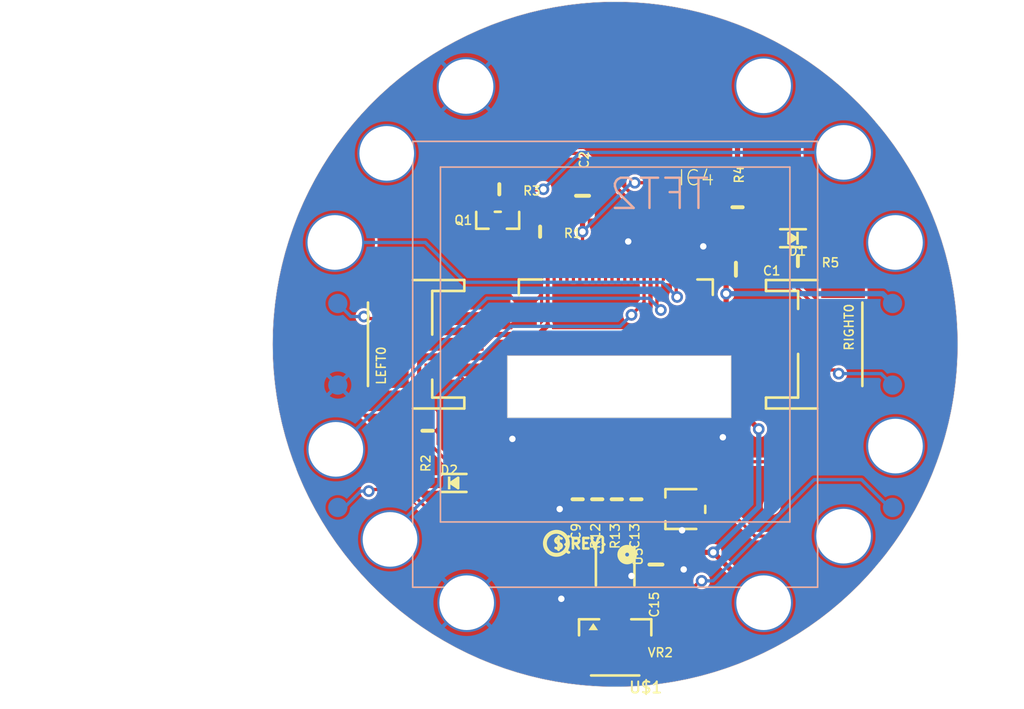
<source format=kicad_pcb>
(kicad_pcb (version 20221018) (generator pcbnew)
  (layers (0 "F.Cu" signal) (1 "In1.Cu" signal) (2 "In2.Cu" signal) (3 "In3.Cu" signal) (4 "In4.Cu" signal) (5 "In5.Cu" signal) (6 "In6.Cu" signal) (7 "In7.Cu" signal) (8 "In8.Cu" signal) (9 "In9.Cu" signal) (10 "In10.Cu" signal) (11 "In11.Cu" signal) (12 "In12.Cu" signal) (13 "In13.Cu" signal) (14 "In14.Cu" signal) (31 "B.Cu" signal) (34 "B.Paste" user) (35 "F.Paste" user) (36 "B.SilkS" user "B.Silkscreen") (37 "F.SilkS" user "F.Silkscreen") (38 "B.Mask" user) (39 "F.Mask" user) (44 "Edge.Cuts" user))
  (net 0 "")
  (net 1 "GND")
  (net 2 "3.3V")
  (net 3 "A0_SPEAKER")
  (net 4 "A3_BACKLITE")
  (net 5 "V+")
  (net 6 "N$19")
  (net 7 "N$20")
  (net 8 "N$21")
  (net 9 "N$22")
  (net 10 "N$23")
  (net 11 "SPKR+")
  (net 12 "SPKR-")
  (net 13 "~{TFT_RST}")
  (net 14 "MOSI")
  (net 15 "SCK")
  (net 16 "A2")
  (net 17 "A2_")
  (net 18 "A1_")
  (net 19 "A1")
  (net 20 "N$1")
  (net 21 "A7_DC")
  (net 22 "A6_CS")
  (net 23 "LEDK")
  (footprint "working:SMT_NUT_3MM" (layer "F.Cu") (at 160.0581 125.1204 90)
    (fp_text reference "TP3" hide)
    (fp_text value "SEWTAP_SMTNUTM3" hide)
    (fp_circle (center 0 0) (end 2.6162 0) (stroke (width 1.016)) (fill none) (layer "F.Cu"))
    (pad "P$1" thru_hole circle (at 0 0 90) (size 4.572 4.572) (drill 4.25) (layers "*.Cu" "*.Mask") (net 5 "V+"))
  )
  (footprint "working:0603-NO" (layer "F.Cu") (at 148.6281 117.0686 -90)
    (fp_text reference "R13" (at 1.778 0.127 90) (layer "F.SilkS") (effects (font (size 0.692831 0.692831) (thickness 0.119969)) (justify right)))
    (fp_text value "100")
    (fp_line (start 0 -0.4) (end 0 0.4) (stroke (width 0.3048)) (layer "F.SilkS"))
    (pad "1" smd rect (at -0.85 0 270) (size 1.075 1) (layers "F.Cu" "F.Paste" "F.Mask") (net 9 "N$22"))
    (pad "2" smd rect (at 0.85 0 270) (size 1.075 1) (layers "F.Cu" "F.Paste" "F.Mask") (net 7 "N$20"))
  )
  (footprint "working:SMT_NUT_3MM" (layer "F.Cu") (at 130.9751 120.1928 90)
    (fp_text reference "TP13" hide)
    (fp_text value "SEWTAP_SMTNUTM3" hide)
    (fp_circle (center 0 0) (end 2.6162 0) (stroke (width 1.016)) (fill none) (layer "F.Cu"))
    (pad "P$1" thru_hole circle (at 0 0 90) (size 4.572 4.572) (drill 4.25) (layers "*.Cu" "*.Mask") (net 21 "A7_DC"))
  )
  (footprint "working:TRIMPOT_BOURNS_3303W" (layer "F.Cu") (at 153.9621 117.8306 90)
    (fp_text reference "VR2" (at -11.176 -0.889) (layer "F.SilkS") (effects (font (size 0.692831 0.692831) (thickness 0.119969)) (justify right)))
    (fp_text value "10K trim")
    (fp_line (start -1.55 -1.55) (end -0.95 -1.55) (stroke (width 0.2032)) (layer "F.SilkS"))
    (fp_line (start -1.55 0.85) (end -1.55 -1.55) (stroke (width 0.2032)) (layer "F.SilkS"))
    (fp_line (start -0.3 1.55) (end 0.25 1.55) (stroke (width 0.2032)) (layer "F.SilkS"))
    (fp_line (start 0.9 -1.55) (end 1.55 -1.55) (stroke (width 0.2032)) (layer "F.SilkS"))
    (fp_line (start 1.55 -1.55) (end 1.55 0.85) (stroke (width 0.2032)) (layer "F.SilkS"))
    (pad "1" smd rect (at -1 1.6 180) (size 1.2 1.2) (layers "F.Cu" "F.Paste" "F.Mask") (net 1 "GND"))
    (pad "2" smd rect (at 0 -1.65 90) (size 1.6 1.5) (layers "F.Cu" "F.Paste" "F.Mask") (net 10 "N$23"))
    (pad "3" smd rect (at 1 1.6 180) (size 1.2 1.2) (layers "F.Cu" "F.Paste" "F.Mask") (net 3 "A0_SPEAKER"))
  )
  (footprint "working:SOD-323" (layer "F.Cu") (at 162.3441 96.7486 180)
    (fp_text reference "D1" (at -1.1 -1) (layer "F.SilkS") (effects (font (size 0.692831 0.692831) (thickness 0.119969)) (justify right)))
    (fp_text value "3.6V")
    (fp_line (start -1 -0.7) (end 1 -0.7) (stroke (width 0.2032)) (layer "F.SilkS"))
    (fp_line (start -0.25 0) (end 0.35 -0.4) (stroke (width 0.2032)) (layer "F.SilkS"))
    (fp_line (start 0.35 -0.4) (end 0.35 0.4) (stroke (width 0.2032)) (layer "F.SilkS"))
    (fp_line (start 0.35 0.4) (end -0.25 0) (stroke (width 0.2032)) (layer "F.SilkS"))
    (fp_line (start 1 0.7) (end -1 0.7) (stroke (width 0.2032)) (layer "F.SilkS"))
    (fp_poly (pts (xy 0.3016 0.389841) (xy -0.283162 0) (xy 0.3016 -0.389841)) (fill solid) (layer "F.SilkS"))
    (fp_poly (pts (xy -0.45 0.5) (xy -0.25 0.5) (xy -0.25 -0.5) (xy -0.45 -0.5)) (fill solid) (layer "F.SilkS"))
    (pad "A" smd rect (at 1.27 0 180) (size 1.35 0.8) (layers "F.Cu" "F.Paste" "F.Mask") (net 1 "GND"))
    (pad "C" smd rect (at -1.27 0 180) (size 1.35 0.8) (layers "F.Cu" "F.Paste" "F.Mask") (net 16 "A2"))
  )
  (footprint "working:0603-NO" (layer "F.Cu") (at 158.0261 94.3356 90)
    (fp_text reference "R4" (at 1.778 0.127 90) (layer "F.SilkS") (effects (font (size 0.692831 0.692831) (thickness 0.119969)) (justify left)))
    (fp_text value "10K")
    (fp_line (start 0 -0.4) (end 0 0.4) (stroke (width 0.3048)) (layer "F.SilkS"))
    (pad "1" smd rect (at -0.85 0 90) (size 1.075 1) (layers "F.Cu" "F.Paste" "F.Mask") (net 13 "~{TFT_RST}"))
    (pad "2" smd rect (at 0.85 0 90) (size 1.075 1) (layers "F.Cu" "F.Paste" "F.Mask") (net 2 "3.3V"))
  )
  (footprint "working:SOD-323" (layer "F.Cu") (at 135.9281 115.7986)
    (fp_text reference "D2" (at -1.1 -1) (layer "F.SilkS") (effects (font (size 0.692831 0.692831) (thickness 0.119969)) (justify left)))
    (fp_text value "3.6V")
    (fp_line (start -1 -0.7) (end 1 -0.7) (stroke (width 0.2032)) (layer "F.SilkS"))
    (fp_line (start -0.25 0) (end 0.35 -0.4) (stroke (width 0.2032)) (layer "F.SilkS"))
    (fp_line (start 0.35 -0.4) (end 0.35 0.4) (stroke (width 0.2032)) (layer "F.SilkS"))
    (fp_line (start 0.35 0.4) (end -0.25 0) (stroke (width 0.2032)) (layer "F.SilkS"))
    (fp_line (start 1 0.7) (end -1 0.7) (stroke (width 0.2032)) (layer "F.SilkS"))
    (fp_poly (pts (xy 0.3016 0.389841) (xy -0.283162 0) (xy 0.3016 -0.389841)) (fill solid) (layer "F.SilkS"))
    (fp_poly (pts (xy -0.45 0.5) (xy -0.25 0.5) (xy -0.25 -0.5) (xy -0.45 -0.5)) (fill solid) (layer "F.SilkS"))
    (pad "A" smd rect (at 1.27 0) (size 1.35 0.8) (layers "F.Cu" "F.Paste" "F.Mask") (net 1 "GND"))
    (pad "C" smd rect (at -1.27 0) (size 1.35 0.8) (layers "F.Cu" "F.Paste" "F.Mask") (net 19 "A1"))
  )
  (footprint "working:PCBFEAT-REV-040" (layer "F.Cu") (at 143.9291 120.4976)
    (fp_text reference "U$7" hide)
    (fp_text value "" hide)
    (fp_text user "${REV}" (at -0.3556 0.508) (layer "F.SilkS") (effects (font (size 0.8128 0.8128) (thickness 0.2032)) (justify left bottom)))
    (fp_circle (center 0 0) (end 0.898 0) (stroke (width 0.3048)) (fill none) (layer "F.SilkS"))
  )
  (footprint "working:53398-0271" (layer "F.Cu") (at 148.5011 127.9906 180)
    (fp_text reference "U$1" (at -3.75 -3.73) (layer "F.SilkS") (effects (font (size 0.866038 0.866038) (thickness 0.149962)) (justify right)))
    (fp_text value "CON_MOLEX_2P")
    (fp_line (start -2.8125 0.3325) (end -2.8125 1.5826) (stroke (width 0.2032)) (layer "F.SilkS"))
    (fp_line (start -2.8125 1.5826) (end -1.25 1.5826) (stroke (width 0.2032)) (layer "F.SilkS"))
    (fp_line (start -1.875 -2.7925) (end 1.875 -2.7925) (stroke (width 0.2032)) (layer "F.SilkS"))
    (fp_line (start 1.25 1.5826) (end 2.8125 1.5826) (stroke (width 0.2032)) (layer "F.SilkS"))
    (fp_line (start 2.8125 1.5826) (end 2.8125 0.3325) (stroke (width 0.2032)) (layer "F.SilkS"))
    (fp_poly (pts (xy 1.705 1.287476) (xy 1.332349 0.7285) (xy 2.077651 0.7285)) (fill solid) (layer "F.SilkS"))
    (pad "1" smd rect (at 0.625 1.27) (size 0.8 1.6) (layers "F.Cu" "F.Paste" "F.Mask") (net 11 "SPKR+"))
    (pad "2" smd rect (at -0.625 1.27) (size 0.8 1.6) (layers "F.Cu" "F.Paste" "F.Mask") (net 12 "SPKR-"))
    (pad "M1" smd rect (at 3.185 -1.48 90) (size 3 2.1) (layers "F.Cu" "F.Paste" "F.Mask"))
    (pad "M2" smd rect (at -3.185 -1.48 90) (size 3 2.1) (layers "F.Cu" "F.Paste" "F.Mask"))
  )
  (footprint "working:0603-NO" (layer "F.Cu") (at 145.5801 117.0686 -90)
    (fp_text reference "C9" (at 1.778 0.127 90) (layer "F.SilkS") (effects (font (size 0.692831 0.692831) (thickness 0.119969)) (justify right)))
    (fp_text value "1uF")
    (fp_line (start 0 -0.4) (end 0 0.4) (stroke (width 0.3048)) (layer "F.SilkS"))
    (pad "1" smd rect (at -0.85 0 270) (size 1.075 1) (layers "F.Cu" "F.Paste" "F.Mask") (net 8 "N$21"))
    (pad "2" smd rect (at 0.85 0 270) (size 1.075 1) (layers "F.Cu" "F.Paste" "F.Mask") (net 1 "GND"))
  )
  (footprint "working:SOT23-WIDE" (layer "F.Cu") (at 139.3571 95.3516 180)
    (fp_text reference "Q1" (at 1.905 0) (layer "F.SilkS") (effects (font (size 0.692831 0.692831) (thickness 0.119969)) (justify right)))
    (fp_text value "BSS138")
    (fp_line (start -1.6724 -0.6604) (end -0.7136 -0.6604) (stroke (width 0.2032)) (layer "F.SilkS"))
    (fp_line (start -1.6724 0.6524) (end -1.6724 -0.6604) (stroke (width 0.2032)) (layer "F.SilkS"))
    (fp_line (start 0.2224 0.6604) (end -0.2364 0.6604) (stroke (width 0.2032)) (layer "F.SilkS"))
    (fp_line (start 0.7136 -0.6604) (end 1.6724 -0.6604) (stroke (width 0.2032)) (layer "F.SilkS"))
    (fp_line (start 1.6724 -0.6604) (end 1.6724 0.6524) (stroke (width 0.2032)) (layer "F.SilkS"))
    (pad "1" smd rect (at -0.95 1 180) (size 1 1.2) (layers "F.Cu" "F.Paste" "F.Mask") (net 4 "A3_BACKLITE"))
    (pad "2" smd rect (at 0.95 1 180) (size 1 1.2) (layers "F.Cu" "F.Paste" "F.Mask") (net 1 "GND"))
    (pad "3" smd rect (at 0 -1 180) (size 1 1.2) (layers "F.Cu" "F.Paste" "F.Mask") (net 20 "N$1"))
  )
  (footprint "working:FIDUCIAL_1MM" (layer "F.Cu") (at 161.0741 92.4306)
    (fp_text reference "U$2" hide)
    (fp_text value "FIDUCIAL_1MM" hide)
    (pad "1" smd roundrect (at 0 0) (size 1 1) (layers "F.Cu" "F.Mask") (roundrect_rratio 0.5))
  )
  (footprint "working:0603-NO" (layer "F.Cu") (at 133.8961 111.7346 -90)
    (fp_text reference "R2" (at 1.778 0.127 90) (layer "F.SilkS") (effects (font (size 0.692831 0.692831) (thickness 0.119969)) (justify right)))
    (fp_text value "1K")
    (fp_line (start 0 -0.4) (end 0 0.4) (stroke (width 0.3048)) (layer "F.SilkS"))
    (pad "1" smd rect (at -0.85 0 270) (size 1.075 1) (layers "F.Cu" "F.Paste" "F.Mask") (net 18 "A1_"))
    (pad "2" smd rect (at 0.85 0 270) (size 1.075 1) (layers "F.Cu" "F.Paste" "F.Mask") (net 19 "A1"))
  )
  (footprint "working:0603-NO" (layer "F.Cu") (at 142.6591 96.2406)
    (fp_text reference "R1" (at 1.778 0.127) (layer "F.SilkS") (effects (font (size 0.692831 0.692831) (thickness 0.119969)) (justify left)))
    (fp_text value "33 ohm")
    (fp_line (start 0 -0.4) (end 0 0.4) (stroke (width 0.3048)) (layer "F.SilkS"))
    (pad "1" smd rect (at -0.85 0) (size 1.075 1) (layers "F.Cu" "F.Paste" "F.Mask") (net 20 "N$1"))
    (pad "2" smd rect (at 0.85 0) (size 1.075 1) (layers "F.Cu" "F.Paste" "F.Mask") (net 23 "LEDK"))
  )
  (footprint "working:SOT23" (layer "F.Cu") (at 155.2321 93.9546)
    (fp_text reference "IC4" (at -1.905 -1.905) (layer "F.SilkS") (effects (font (size 1.176528 1.176528) (thickness 0.093472)) (justify left)))
    (fp_text value "APX803-SAG")
    (pad "1" smd rect (at -0.95 1.1) (size 1 1.4) (layers "F.Cu" "F.Paste" "F.Mask") (net 1 "GND"))
    (pad "2" smd rect (at 0.95 1.1) (size 1 1.4) (layers "F.Cu" "F.Paste" "F.Mask") (net 13 "~{TFT_RST}"))
    (pad "3" smd rect (at 0 -1.1) (size 1 1.4) (layers "F.Cu" "F.Paste" "F.Mask") (net 2 "3.3V"))
  )
  (footprint "working:SMT_NUT_3MM" (layer "F.Cu") (at 166.2811 90.0684 90)
    (fp_text reference "TP6" hide)
    (fp_text value "SEWTAP_SMTNUTM3" hide)
    (fp_circle (center 0 0) (end 2.6162 0) (stroke (width 1.016)) (fill none) (layer "F.Cu"))
    (pad "P$1" thru_hole circle (at 0 0 90) (size 4.572 4.572) (drill 4.25) (layers "*.Cu" "*.Mask") (net 4 "A3_BACKLITE"))
  )
  (footprint "working:TFTGIZMO_BACK" (layer "F.Cu") (at 121.8311 131.6736)
    (fp_text reference "U$18" hide)
    (fp_text value "" hide)
  )
  (footprint "working:0603-NO" (layer "F.Cu") (at 147.1041 117.0686 -90)
    (fp_text reference "R12" (at 1.778 0.127 90) (layer "F.SilkS") (effects (font (size 0.692831 0.692831) (thickness 0.119969)) (justify right)))
    (fp_text value "100")
    (fp_line (start 0 -0.4) (end 0 0.4) (stroke (width 0.3048)) (layer "F.SilkS"))
    (pad "1" smd rect (at -0.85 0 270) (size 1.075 1) (layers "F.Cu" "F.Paste" "F.Mask") (net 8 "N$21"))
    (pad "2" smd rect (at 0.85 0 270) (size 1.075 1) (layers "F.Cu" "F.Paste" "F.Mask") (net 6 "N$19"))
  )
  (footprint "working:MSOP8_0.65MM" (layer "F.Cu") (at 148.5011 122.2756 180)
    (fp_text reference "U5" (at -1.778 1.524 90) (layer "F.SilkS") (effects (font (size 0.692831 0.692831) (thickness 0.119969)) (justify right)))
    (fp_text value "PAM8302AASCR")
    (fp_line (start -1.5 -1.5) (end -1.5 1.5) (stroke (width 0.2032)) (layer "F.SilkS"))
    (fp_line (start 1.5 1.5) (end 1.5 -1.5) (stroke (width 0.2032)) (layer "F.SilkS"))
    (fp_circle (center -0.93 0.9) (end -0.78 0.9) (stroke (width 0.6096)) (fill none) (layer "F.SilkS"))
    (pad "1" smd rect (at -0.975 2.2 270) (size 1.3 0.4) (layers "F.Cu" "F.Paste" "F.Mask") (net 5 "V+"))
    (pad "2" smd rect (at -0.325 2.2 270) (size 1.3 0.4) (layers "F.Cu" "F.Paste" "F.Mask"))
    (pad "3" smd rect (at 0.325 2.2 270) (size 1.3 0.4) (layers "F.Cu" "F.Paste" "F.Mask") (net 7 "N$20"))
    (pad "4" smd rect (at 0.975 2.2 270) (size 1.3 0.4) (layers "F.Cu" "F.Paste" "F.Mask") (net 6 "N$19"))
    (pad "5" smd rect (at 0.975 -2.2 270) (size 1.3 0.4) (layers "F.Cu" "F.Paste" "F.Mask") (net 11 "SPKR+"))
    (pad "6" smd rect (at 0.325 -2.2 270) (size 1.3 0.4) (layers "F.Cu" "F.Paste" "F.Mask") (net 5 "V+"))
    (pad "7" smd rect (at -0.325 -2.2 270) (size 1.3 0.4) (layers "F.Cu" "F.Paste" "F.Mask") (net 1 "GND"))
    (pad "8" smd rect (at -0.975 -2.2 270) (size 1.3 0.4) (layers "F.Cu" "F.Paste" "F.Mask") (net 12 "SPKR-"))
  )
  (footprint "working:SMT_NUT_3MM" (layer "F.Cu") (at 170.3197 97.0788 90)
    (fp_text reference "TP7" hide)
    (fp_text value "SEWTAP_SMTNUTM3" hide)
    (fp_circle (center 0 0) (end 2.6162 0) (stroke (width 1.016)) (fill none) (layer "F.Cu"))
    (pad "P$1" thru_hole circle (at 0 0 90) (size 4.572 4.572) (drill 4.25) (layers "*.Cu" "*.Mask") (net 16 "A2"))
  )
  (footprint "working:JSTPH3" (layer "F.Cu") (at 163.7411 105.0036 -90)
    (fp_text reference "RIGHT0" (at -3.2225 -2.9685 90) (layer "F.SilkS") (effects (font (size 0.692831 0.692831) (thickness 0.119969)) (justify right)))
    (fp_text value "JST PH 3")
    (fp_line (start -5 3.5) (end -5 -0.5) (stroke (width 0.2032)) (layer "F.SilkS"))
    (fp_line (start -4.15 1) (end -4.15 3.5) (stroke (width 0.2032)) (layer "F.SilkS"))
    (fp_line (start -4.15 3.5) (end -5 3.5) (stroke (width 0.2032)) (layer "F.SilkS"))
    (fp_line (start -3.25 -4) (end 3.25 -4) (stroke (width 0.2032)) (layer "F.SilkS"))
    (fp_line (start -2.75 1) (end -4.15 1) (stroke (width 0.2032)) (layer "F.SilkS"))
    (fp_line (start 4.15 1) (end 0.75 1) (stroke (width 0.2032)) (layer "F.SilkS"))
    (fp_line (start 4.15 3.5) (end 4.15 1) (stroke (width 0.2032)) (layer "F.SilkS"))
    (fp_line (start 5 -0.5) (end 5 3.5) (stroke (width 0.2032)) (layer "F.SilkS"))
    (fp_line (start 5 3.5) (end 4.15 3.5) (stroke (width 0.2032)) (layer "F.SilkS"))
    (pad "1" smd rect (at -2 2.7 270) (size 1 4.6) (layers "F.Cu" "F.Paste" "F.Mask") (net 1 "GND"))
    (pad "2" smd rect (at 0 2.7 270) (size 1 4.6) (layers "F.Cu" "F.Paste" "F.Mask") (net 5 "V+"))
    (pad "3" smd rect (at 2 2.7 270) (size 1 4.6) (layers "F.Cu" "F.Paste" "F.Mask") (net 17 "A2_"))
    (pad "NC1" smd rect (at -4.4 -2.5) (size 3.4 1.6) (layers "F.Cu" "F.Paste" "F.Mask"))
    (pad "NC2" smd rect (at 4.4 -2.5) (size 3.4 1.6) (layers "F.Cu" "F.Paste" "F.Mask"))
  )
  (footprint "working:0805-NO" (layer "F.Cu") (at 151.6761 122.1486 -90)
    (fp_text reference "C15" (at 2.032 0.127 90) (layer "F.SilkS") (effects (font (size 0.692831 0.692831) (thickness 0.119969)) (justify right)))
    (fp_text value "10uF")
    (fp_line (start 0 -0.508) (end 0 0.508) (stroke (width 0.3048)) (layer "F.SilkS"))
    (pad "1" smd rect (at -0.95 0 270) (size 1.24 1.5) (layers "F.Cu" "F.Paste" "F.Mask") (net 5 "V+"))
    (pad "2" smd rect (at 0.95 0 270) (size 1.24 1.5) (layers "F.Cu" "F.Paste" "F.Mask") (net 1 "GND"))
  )
  (footprint "working:FIDUCIAL_1MM" (layer "F.Cu") (at 160.6931 117.5766)
    (fp_text reference "U$6" hide)
    (fp_text value "FIDUCIAL_1MM" hide)
    (pad "1" smd roundrect (at 0 0) (size 1 1) (layers "F.Cu" "F.Mask") (roundrect_rratio 0.5))
  )
  (footprint "working:SMT_NUT_3MM" (layer "F.Cu") (at 136.8933 84.9376 90)
    (fp_text reference "TP4" hide)
    (fp_text value "SEWTAP_SMTNUTM3" hide)
    (fp_circle (center 0 0) (end 2.6162 0) (stroke (width 1.016)) (fill none) (layer "F.Cu"))
    (pad "P$1" thru_hole circle (at 0 0 90) (size 4.572 4.572) (drill 4.25) (layers "*.Cu" "*.Mask") (net 1 "GND"))
  )
  (footprint "working:SMT_NUT_3MM" (layer "F.Cu") (at 130.7211 90.1446 90)
    (fp_text reference "TP10" hide)
    (fp_text value "SEWTAP_SMTNUTM3" hide)
    (fp_circle (center 0 0) (end 2.6162 0) (stroke (width 1.016)) (fill none) (layer "F.Cu"))
    (pad "P$1" thru_hole circle (at 0 0 90) (size 4.572 4.572) (drill 4.25) (layers "*.Cu" "*.Mask") (net 15 "SCK"))
  )
  (footprint "working:SMT_NUT_3MM" (layer "F.Cu") (at 170.3197 112.9284 90)
    (fp_text reference "TP8" hide)
    (fp_text value "SEWTAP_SMTNUTM3" hide)
    (fp_circle (center 0 0) (end 2.6162 0) (stroke (width 1.016)) (fill none) (layer "F.Cu"))
    (pad "P$1" thru_hole circle (at 0 0 90) (size 4.572 4.572) (drill 4.25) (layers "*.Cu" "*.Mask") (net 19 "A1"))
  )
  (footprint "working:JSTPH3" (layer "F.Cu") (at 133.2611 105.0036 90)
    (fp_text reference "LEFT0" (at -3.2225 -2.9685 90) (layer "F.SilkS") (effects (font (size 0.692831 0.692831) (thickness 0.119969)) (justify left)))
    (fp_text value "JST PH 3")
    (fp_line (start -5 3.5) (end -5 -0.5) (stroke (width 0.2032)) (layer "F.SilkS"))
    (fp_line (start -4.15 1) (end -4.15 3.5) (stroke (width 0.2032)) (layer "F.SilkS"))
    (fp_line (start -4.15 3.5) (end -5 3.5) (stroke (width 0.2032)) (layer "F.SilkS"))
    (fp_line (start -3.25 -4) (end 3.25 -4) (stroke (width 0.2032)) (layer "F.SilkS"))
    (fp_line (start -2.75 1) (end -4.15 1) (stroke (width 0.2032)) (layer "F.SilkS"))
    (fp_line (start 4.15 1) (end 0.75 1) (stroke (width 0.2032)) (layer "F.SilkS"))
    (fp_line (start 4.15 3.5) (end 4.15 1) (stroke (width 0.2032)) (layer "F.SilkS"))
    (fp_line (start 5 -0.5) (end 5 3.5) (stroke (width 0.2032)) (layer "F.SilkS"))
    (fp_line (start 5 3.5) (end 4.15 3.5) (stroke (width 0.2032)) (layer "F.SilkS"))
    (pad "1" smd rect (at -2 2.7 90) (size 1 4.6) (layers "F.Cu" "F.Paste" "F.Mask") (net 1 "GND"))
    (pad "2" smd rect (at 0 2.7 90) (size 1 4.6) (layers "F.Cu" "F.Paste" "F.Mask") (net 5 "V+"))
    (pad "3" smd rect (at 2 2.7 90) (size 1 4.6) (layers "F.Cu" "F.Paste" "F.Mask") (net 18 "A1_"))
    (pad "NC1" smd rect (at -4.4 -2.5 180) (size 3.4 1.6) (layers "F.Cu" "F.Paste" "F.Mask"))
    (pad "NC2" smd rect (at 4.4 -2.5 180) (size 3.4 1.6) (layers "F.Cu" "F.Paste" "F.Mask"))
  )
  (footprint "working:SMT_NUT_3MM" (layer "F.Cu") (at 126.7587 113.1824 90)
    (fp_text reference "TP12" hide)
    (fp_text value "SEWTAP_SMTNUTM3" hide)
    (fp_circle (center 0 0) (end 2.6162 0) (stroke (width 1.016)) (fill none) (layer "F.Cu"))
    (pad "P$1" thru_hole circle (at 0 0 90) (size 4.572 4.572) (drill 4.25) (layers "*.Cu" "*.Mask") (net 22 "A6_CS"))
  )
  (footprint "working:FIDUCIAL_1MM" (layer "F.Cu") (at 135.8011 117.8306)
    (fp_text reference "U$3" hide)
    (fp_text value "FIDUCIAL_1MM" hide)
    (pad "1" smd roundrect (at 0 0) (size 1 1) (layers "F.Cu" "F.Mask") (roundrect_rratio 0.5))
  )
  (footprint "working:0603-NO" (layer "F.Cu") (at 162.7251 98.5266)
    (fp_text reference "R5" (at 1.778 0.127) (layer "F.SilkS") (effects (font (size 0.692831 0.692831) (thickness 0.119969)) (justify left)))
    (fp_text value "1K")
    (fp_line (start 0 -0.4) (end 0 0.4) (stroke (width 0.3048)) (layer "F.SilkS"))
    (pad "1" smd rect (at -0.85 0) (size 1.075 1) (layers "F.Cu" "F.Paste" "F.Mask") (net 17 "A2_"))
    (pad "2" smd rect (at 0.85 0) (size 1.075 1) (layers "F.Cu" "F.Paste" "F.Mask") (net 16 "A2"))
  )
  (footprint "working:SMT_NUT_3MM" (layer "F.Cu") (at 160.0581 84.8868 90)
    (fp_text reference "TP2" hide)
    (fp_text value "SEWTAP_SMTNUTM3" hide)
    (fp_circle (center 0 0) (end 2.6162 0) (stroke (width 1.016)) (fill none) (layer "F.Cu"))
    (pad "P$1" thru_hole circle (at 0 0 90) (size 4.572 4.572) (drill 4.25) (layers "*.Cu" "*.Mask") (net 2 "3.3V"))
  )
  (footprint "working:0805-NO" (layer "F.Cu") (at 157.8991 99.1616)
    (fp_text reference "C1" (at 2.032 0.127) (layer "F.SilkS") (effects (font (size 0.692831 0.692831) (thickness 0.119969)) (justify left)))
    (fp_text value "10uF")
    (fp_line (start 0 -0.508) (end 0 0.508) (stroke (width 0.3048)) (layer "F.SilkS"))
    (pad "1" smd rect (at -0.95 0) (size 1.24 1.5) (layers "F.Cu" "F.Paste" "F.Mask") (net 5 "V+"))
    (pad "2" smd rect (at 0.95 0) (size 1.24 1.5) (layers "F.Cu" "F.Paste" "F.Mask") (net 1 "GND"))
  )
  (footprint "working:0603-NO" (layer "F.Cu") (at 150.1521 117.0686 -90)
    (fp_text reference "C13" (at 1.778 0.127 90) (layer "F.SilkS") (effects (font (size 0.692831 0.692831) (thickness 0.119969)) (justify right)))
    (fp_text value "1uF")
    (fp_line (start 0 -0.4) (end 0 0.4) (stroke (width 0.3048)) (layer "F.SilkS"))
    (pad "1" smd rect (at -0.85 0 270) (size 1.075 1) (layers "F.Cu" "F.Paste" "F.Mask") (net 9 "N$22"))
    (pad "2" smd rect (at 0.85 0 270) (size 1.075 1) (layers "F.Cu" "F.Paste" "F.Mask") (net 10 "N$23"))
  )
  (footprint "working:SMT_NUT_3MM" (layer "F.Cu") (at 126.6825 97.0788 90)
    (fp_text reference "TP11" hide)
    (fp_text value "SEWTAP_SMTNUTM3" hide)
    (fp_circle (center 0 0) (end 2.6162 0) (stroke (width 1.016)) (fill none) (layer "F.Cu"))
    (pad "P$1" thru_hole circle (at 0 0 90) (size 4.572 4.572) (drill 4.25) (layers "*.Cu" "*.Mask") (net 14 "MOSI"))
  )
  (footprint "working:SMT_NUT_3MM" (layer "F.Cu") (at 166.2811 119.9388 90)
    (fp_text reference "TP9" hide)
    (fp_text value "SEWTAP_SMTNUTM3" hide)
    (fp_circle (center 0 0) (end 2.6162 0) (stroke (width 1.016)) (fill none) (layer "F.Cu"))
    (pad "P$1" thru_hole circle (at 0 0 90) (size 4.572 4.572) (drill 4.25) (layers "*.Cu" "*.Mask") (net 3 "A0_SPEAKER"))
  )
  (footprint "working:SMT_NUT_3MM" (layer "F.Cu") (at 136.9441 125.1204 90)
    (fp_text reference "TP5" hide)
    (fp_text value "SEWTAP_SMTNUTM3" hide)
    (fp_circle (center 0 0) (end 2.6162 0) (stroke (width 1.016)) (fill none) (layer "F.Cu"))
    (pad "P$1" thru_hole circle (at 0 0 90) (size 4.572 4.572) (drill 4.25) (layers "*.Cu" "*.Mask") (net 1 "GND"))
  )
  (footprint "working:0603-NO" (layer "F.Cu") (at 139.4841 92.9386)
    (fp_text reference "R3" (at 1.778 0.127) (layer "F.SilkS") (effects (font (size 0.692831 0.692831) (thickness 0.119969)) (justify left)))
    (fp_text value "10K")
    (fp_line (start 0 -0.4) (end 0 0.4) (stroke (width 0.3048)) (layer "F.SilkS"))
    (pad "1" smd rect (at -0.85 0) (size 1.075 1) (layers "F.Cu" "F.Paste" "F.Mask") (net 1 "GND"))
    (pad "2" smd rect (at 0.85 0) (size 1.075 1) (layers "F.Cu" "F.Paste" "F.Mask") (net 4 "A3_BACKLITE"))
  )
  (footprint "working:0805-NO" (layer "F.Cu") (at 145.9611 93.4466 90)
    (fp_text reference "C2" (at 2.032 0.127 90) (layer "F.SilkS") (effects (font (size 0.692831 0.692831) (thickness 0.119969)) (justify left)))
    (fp_text value "10uF")
    (fp_line (start 0 -0.508) (end 0 0.508) (stroke (width 0.3048)) (layer "F.SilkS"))
    (pad "1" smd rect (at -0.95 0 90) (size 1.24 1.5) (layers "F.Cu" "F.Paste" "F.Mask") (net 2 "3.3V"))
    (pad "2" smd rect (at 0.95 0 90) (size 1.24 1.5) (layers "F.Cu" "F.Paste" "F.Mask") (net 1 "GND"))
  )
  (footprint "working:TESTPOINT_ROUND_1.5MM_NO" (layer "B.Cu") (at 170.0911 108.1786 180)
    (fp_text reference "TP14" hide)
    (fp_text value "" hide)
    (pad "P$1" smd roundrect (at 0 0 180) (size 1.5 1.5) (layers "B.Cu" "B.Mask") (roundrect_rratio 0.5) (net 17 "A2_"))
  )
  (footprint "working:TFT_1.54IN_240X240_22PIN" (layer "B.Cu") (at 148.5011 102.0826 180)
    (fp_text reference "TFT2" (at -7.5 8.77) (layer "B.SilkS") (effects (font (size 2.353056 2.353056) (thickness 0.186944)) (justify left mirror)))
    (fp_text value "DISP_TFT_1.54IN_240X240_22P")
    (fp_line (start -15.76 -21.83) (end -15.76 12.87) (stroke (width 0.127)) (layer "B.SilkS"))
    (fp_line (start -15.76 12.87) (end 15.76 12.87) (stroke (width 0.127)) (layer "B.SilkS"))
    (fp_line (start -13.6 -16.75) (end -13.6 10.87) (stroke (width 0.127)) (layer "B.SilkS"))
    (fp_line (start -13.6 10.87) (end 13.6 10.87) (stroke (width 0.127)) (layer "B.SilkS"))
    (fp_line (start 13.6 -16.75) (end -13.6 -16.75) (stroke (width 0.127)) (layer "B.SilkS"))
    (fp_line (start 13.6 10.87) (end 13.6 -16.75) (stroke (width 0.127)) (layer "B.SilkS"))
    (fp_line (start 15.76 -21.83) (end -15.76 -21.83) (stroke (width 0.127)) (layer "B.SilkS"))
    (fp_line (start 15.76 12.87) (end 15.76 -21.83) (stroke (width 0.127)) (layer "B.SilkS"))
    (fp_line (start -7.6 2.122) (end -7.6 0.922) (stroke (width 0.2032)) (layer "F.SilkS"))
    (fp_line (start -6.4 2.122) (end -7.6 2.122) (stroke (width 0.2032)) (layer "F.SilkS"))
    (fp_line (start 5.7 2.122) (end 7.5 2.122) (stroke (width 0.2032)) (layer "F.SilkS"))
    (fp_line (start 7.5 2.122) (end 7.5 0.922) (stroke (width 0.2032)) (layer "F.SilkS"))
    (pad "1" smd rect (at 5.25 2.722) (size 0.25 1.4) (layers "F.Cu" "F.Paste" "F.Mask") (net 5 "V+"))
    (pad "2" smd rect (at 4.75 2.722) (size 0.25 1.4) (layers "F.Cu" "F.Paste" "F.Mask") (net 23 "LEDK"))
    (pad "3" smd rect (at 4.25 2.722) (size 0.25 1.4) (layers "F.Cu" "F.Paste" "F.Mask") (net 2 "3.3V"))
    (pad "4" smd rect (at 3.75 2.722) (size 0.25 1.4) (layers "F.Cu" "F.Paste" "F.Mask") (net 2 "3.3V"))
    (pad "5" smd rect (at 3.25 2.722) (size 0.25 1.4) (layers "F.Cu" "F.Paste" "F.Mask") (net 1 "GND"))
    (pad "6" smd rect (at 2.75 2.722) (size 0.25 1.4) (layers "F.Cu" "F.Paste" "F.Mask") (net 2 "3.3V"))
    (pad "7" smd rect (at 2.25 2.722) (size 0.25 1.4) (layers "F.Cu" "F.Paste" "F.Mask") (net 1 "GND"))
    (pad "8" smd rect (at 1.75 2.722) (size 0.25 1.4) (layers "F.Cu" "F.Paste" "F.Mask") (net 1 "GND"))
    (pad "9" smd rect (at 1.25 2.722) (size 0.25 1.4) (layers "F.Cu" "F.Paste" "F.Mask") (net 1 "GND"))
    (pad "10" smd rect (at 0.75 2.722) (size 0.25 1.4) (layers "F.Cu" "F.Paste" "F.Mask") (net 1 "GND"))
    (pad "11" smd rect (at 0.25 2.722) (size 0.25 1.4) (layers "F.Cu" "F.Paste" "F.Mask") (net 1 "GND"))
    (pad "12" smd rect (at -0.25 2.722) (size 0.25 1.4) (layers "F.Cu" "F.Paste" "F.Mask") (net 1 "GND"))
    (pad "13" smd rect (at -0.75 2.722) (size 0.25 1.4) (layers "F.Cu" "F.Paste" "F.Mask") (net 1 "GND"))
    (pad "14" smd rect (at -1.25 2.722) (size 0.25 1.4) (layers "F.Cu" "F.Paste" "F.Mask") (net 1 "GND"))
    (pad "15" smd rect (at -1.75 2.722) (size 0.25 1.4) (layers "F.Cu" "F.Paste" "F.Mask") (net 1 "GND"))
    (pad "16" smd rect (at -2.25 2.722) (size 0.25 1.4) (layers "F.Cu" "F.Paste" "F.Mask") (net 21 "A7_DC"))
    (pad "17" smd rect (at -2.75 2.722) (size 0.25 1.4) (layers "F.Cu" "F.Paste" "F.Mask") (net 15 "SCK"))
    (pad "18" smd rect (at -3.25 2.722) (size 0.25 1.4) (layers "F.Cu" "F.Paste" "F.Mask") (net 22 "A6_CS"))
    (pad "19" smd rect (at -3.75 2.722) (size 0.25 1.4) (layers "F.Cu" "F.Paste" "F.Mask"))
    (pad "20" smd rect (at -4.25 2.722) (size 0.25 1.4) (layers "F.Cu" "F.Paste" "F.Mask") (net 13 "~{TFT_RST}"))
    (pad "21" smd rect (at -4.75 2.722) (size 0.25 1.4) (layers "F.Cu" "F.Paste" "F.Mask") (net 14 "MOSI"))
    (pad "22" smd rect (at -5.25 2.722) (size 0.25 1.4) (layers "F.Cu" "F.Paste" "F.Mask") (net 1 "GND"))
    (pad "SUPPORT1" smd rect (at 7 -0.328) (size 1.8 2.2) (layers "F.Cu" "F.Paste" "F.Mask") (net 1 "GND"))
    (pad "SUPPORT2" smd rect (at -7.1 -0.328) (size 1.8 2.2) (layers "F.Cu" "F.Paste" "F.Mask") (net 1 "GND"))
  )
  (footprint "working:TFTGIZMO_FRONT" (layer "B.Cu") (at 175.1711 131.6736 180)
    (fp_text reference "U$17" hide)
    (fp_text value "" hide)
  )
  (footprint "working:TESTPOINT_ROUND_1.5MM_NO" (layer "B.Cu") (at 170.0911 101.8286 180)
    (fp_text reference "TP17" hide)
    (fp_text value "" hide)
    (pad "P$1" smd roundrect (at 0 0 180) (size 1.5 1.5) (layers "B.Cu" "B.Mask") (roundrect_rratio 0.5) (net 5 "V+"))
  )
  (footprint "working:TESTPOINT_ROUND_1.5MM_NO" (layer "B.Cu") (at 126.9111 101.8286 180)
    (fp_text reference "TP1" hide)
    (fp_text value "" hide)
    (pad "P$1" smd roundrect (at 0 0 180) (size 1.5 1.5) (layers "B.Cu" "B.Mask") (roundrect_rratio 0.5) (net 18 "A1_"))
  )
  (footprint "working:TESTPOINT_ROUND_1.5MM_NO" (layer "B.Cu") (at 170.0911 117.7036 180)
    (fp_text reference "TP16" hide)
    (fp_text value "" hide)
    (pad "P$1" smd roundrect (at 0 0 180) (size 1.5 1.5) (layers "B.Cu" "B.Mask") (roundrect_rratio 0.5) (net 12 "SPKR-"))
  )
  (footprint "working:TESTPOINT_ROUND_1.5MM_NO" (layer "B.Cu") (at 126.9111 117.7036 180)
    (fp_text reference "TP15" hide)
    (fp_text value "" hide)
    (pad "P$1" smd roundrect (at 0 0 180) (size 1.5 1.5) (layers "B.Cu" "B.Mask") (roundrect_rratio 0.5) (net 11 "SPKR+"))
  )
  (footprint "working:TESTPOINT_ROUND_1.5MM_NO" (layer "B.Cu") (at 126.9111 108.1786 180)
    (fp_text reference "TP18" hide)
    (fp_text value "" hide)
    (pad "P$1" smd roundrect (at 0 0 180) (size 1.5 1.5) (layers "B.Cu" "B.Mask") (roundrect_rratio 0.5) (net 1 "GND"))
  )
  (gr_circle (center 148.5011 105.0036) (end 175.1711 105.0036) (stroke (width 0.0254)) (fill none) (layer "Edge.Cuts"))
  (gr_line (start 157.5181 110.7186) (end 157.5181 105.8926) (stroke (width 0.05)) (layer "Edge.Cuts"))
  (gr_line (start 157.5181 105.8926) (end 140.1191 105.8926) (stroke (width 0.05)) (layer "Edge.Cuts"))
  (gr_line (start 140.1191 105.8926) (end 140.1191 110.7186) (stroke (width 0.05)) (layer "Edge.Cuts"))
  (gr_line (start 140.1191 110.7186) (end 157.5181 110.7186) (stroke (width 0.05)) (layer "Edge.Cuts"))
  (segment (start 138.6341 92.9386) (end 138.6341 94.1246) (width 0.254) (layer "F.Cu") (net 1))
  (segment (start 138.6341 94.1246) (end 138.4071 94.3516) (width 0.254) (layer "F.Cu") (net 1))
  (via (at 149.5171 97.0026) (size 0.9064) (drill 0.5) (layers "F.Cu" "B.Cu") (net 1))
  (via (at 144.3101 124.8156) (size 0.9064) (drill 0.5) (layers "F.Cu" "B.Cu") (net 1))
  (via (at 144.1831 117.8306) (size 0.9064) (drill 0.5) (layers "F.Cu" "B.Cu") (net 1))
  (via (at 149.7711 123.0376) (size 0.9064) (drill 0.5) (layers "F.Cu" "B.Cu") (net 1))
  (via (at 140.5001 112.3696) (size 0.9064) (drill 0.5) (layers "F.Cu" "B.Cu") (net 1))
  (via (at 156.8831 112.2426) (size 0.9064) (drill 0.5) (layers "F.Cu" "B.Cu") (net 1))
  (via (at 153.7081 119.4816) (size 0.9064) (drill 0.5) (layers "F.Cu" "B.Cu") (net 1))
  (via (at 153.8351 122.5296) (size 0.9064) (drill 0.5) (layers "F.Cu" "B.Cu") (net 1))
  (via (at 155.3591 97.3836) (size 0.9064) (drill 0.5) (layers "F.Cu" "B.Cu") (net 1))
  (segment (start 158.0261 93.4856) (end 157.3951 92.8546) (width 0.254) (layer "F.Cu") (net 2))
  (segment (start 145.9611 94.3966) (end 145.9611 96.2406) (width 0.4064) (layer "F.Cu") (net 2))
  (segment (start 144.6911 97.2566) (end 144.4371 97.2566) (width 0.254) (layer "F.Cu") (net 2))
  (segment (start 144.7511 97.316604) (end 144.6911 97.2566) (width 0.254) (layer "F.Cu") (net 2))
  (segment (start 160.0581 86.2076) (end 160.0581 84.8868) (width 0.4064) (layer "F.Cu") (net 2))
  (segment (start 145.9611 97.0906) (end 145.9611 96.2406) (width 0.254) (layer "F.Cu") (net 2))
  (segment (start 145.7511 97.3006) (end 145.7071 97.2566) (width 0.254) (layer "F.Cu") (net 2))
  (segment (start 145.7511 99.3606) (end 145.7511 97.3006) (width 0.254) (layer "F.Cu") (net 2))
  (segment (start 145.7511 97.3006) (end 145.9611 97.0906) (width 0.254) (layer "F.Cu") (net 2))
  (segment (start 154.8081 92.4306) (end 155.2321 92.8546) (width 0.254) (layer "F.Cu") (net 2))
  (segment (start 157.3951 92.8546) (end 155.2321 92.8546) (width 0.254) (layer "F.Cu") (net 2))
  (segment (start 144.2511 97.4426) (end 144.2511 99.3606) (width 0.254) (layer "F.Cu") (net 2))
  (segment (start 158.0261 93.4856) (end 158.0261 88.2396) (width 0.4064) (layer "F.Cu") (net 2))
  (segment (start 144.7511 99.3606) (end 144.7511 97.316604) (width 0.254) (layer "F.Cu") (net 2))
  (segment (start 158.0261 88.2396) (end 160.0581 86.2076) (width 0.4064) (layer "F.Cu") (net 2))
  (segment (start 150.0251 92.4306) (end 154.8081 92.4306) (width 0.254) (layer "F.Cu") (net 2))
  (segment (start 145.7071 97.2566) (end 144.6911 97.2566) (width 0.254) (layer "F.Cu") (net 2))
  (segment (start 144.4371 97.2566) (end 144.2511 97.4426) (width 0.254) (layer "F.Cu") (net 2))
  (via (at 145.9611 96.2406) (size 0.9064) (drill 0.5) (layers "F.Cu" "B.Cu") (net 2))
  (via (at 150.0251 92.4306) (size 0.9064) (drill 0.5) (layers "F.Cu" "B.Cu") (net 2))
  (segment (start 149.7711 92.4306) (end 150.0251 92.4306) (width 0.254) (layer "B.Cu") (net 2))
  (segment (start 145.9611 96.2406) (end 149.7711 92.4306) (width 0.254) (layer "B.Cu") (net 2))
  (segment (start 159.3723 119.9388) (end 166.2811 119.9388) (width 0.254) (layer "F.Cu") (net 3))
  (segment (start 156.2641 116.8306) (end 159.3723 119.9388) (width 0.254) (layer "F.Cu") (net 3))
  (segment (start 155.5621 116.8306) (end 156.2641 116.8306) (width 0.254) (layer "F.Cu") (net 3))
  (segment (start 142.9131 92.9386) (end 142.8623 92.9894) (width 0.254) (layer "F.Cu") (net 4))
  (segment (start 140.3341 94.3246) (end 140.3071 94.3516) (width 0.254) (layer "F.Cu") (net 4))
  (segment (start 140.3849 92.9894) (end 140.3341 92.9386) (width 0.254) (layer "F.Cu") (net 4))
  (segment (start 142.8623 92.9894) (end 140.3849 92.9894) (width 0.254) (layer "F.Cu") (net 4))
  (segment (start 140.3341 92.9386) (end 140.3341 94.3246) (width 0.254) (layer "F.Cu") (net 4))
  (via (at 142.9131 92.9386) (size 0.9064) (drill 0.5) (layers "F.Cu" "B.Cu") (net 4))
  (segment (start 145.7833 90.0684) (end 142.9131 92.9386) (width 0.254) (layer "B.Cu") (net 4))
  (segment (start 166.2811 90.0684) (end 145.7833 90.0684) (width 0.254) (layer "B.Cu") (net 4))
  (segment (start 157.1371 99.3496) (end 157.1371 101.0666) (width 0.4064) (layer "F.Cu") (net 5))
  (segment (start 142.5321 104.2416) (end 157.5181 104.2416) (width 0.4064) (layer "F.Cu") (net 5))
  (segment (start 158.1531 104.8766) (end 157.5181 104.2416) (width 0.4064) (layer "F.Cu") (net 5))
  (segment (start 158.1531 110.0836) (end 159.6771 111.6076) (width 0.4064) (layer "F.Cu") (net 5))
  (segment (start 148.1761 124.4756) (end 148.1761 122.8546) (width 0.4064) (layer "F.Cu") (net 5))
  (segment (start 138.2471 105.0036) (end 139.0091 104.2416) (width 0.4064) (layer "F.Cu") (net 5))
  (segment (start 143.2511 103.5226) (end 142.5321 104.2416) (width 0.4064) (layer "F.Cu") (net 5))
  (segment (start 135.9611 105.0036) (end 138.2471 105.0036) (width 0.4064) (layer "F.Cu") (net 5))
  (segment (start 157.1371 101.0666) (end 157.1371 103.8606) (width 0.4064) (layer "F.Cu") (net 5))
  (segment (start 160.0581 125.1204) (end 156.1363 121.1986) (width 0.4064) (layer "F.Cu") (net 5))
  (segment (start 151.6761 121.1986) (end 150.5531 120.0756) (width 0.4064) (layer "F.Cu") (net 5))
  (segment (start 158.1531 105.0036) (end 158.1531 110.0836) (width 0.4064) (layer "F.Cu") (net 5))
  (segment (start 156.1363 121.1986) (end 151.6761 121.1986) (width 0.4064) (layer "F.Cu") (net 5))
  (segment (start 143.2511 99.3606) (end 143.2511 103.5226) (width 0.3048) (layer "F.Cu") (net 5))
  (segment (start 150.5531 120.0756) (end 149.4761 120.0756) (width 0.4064) (layer "F.Cu") (net 5))
  (segment (start 149.4761 121.5546) (end 149.4761 120.0756) (width 0.4064) (layer "F.Cu") (net 5))
  (segment (start 161.0411 105.0036) (end 158.1531 105.0036) (width 0.4064) (layer "F.Cu") (net 5))
  (segment (start 148.1761 122.8546) (end 149.4761 121.5546) (width 0.4064) (layer "F.Cu") (net 5))
  (segment (start 139.0091 104.2416) (end 142.5321 104.2416) (width 0.4064) (layer "F.Cu") (net 5))
  (segment (start 156.9491 99.1616) (end 157.1371 99.3496) (width 0.4064) (layer "F.Cu") (net 5))
  (segment (start 158.1531 105.0036) (end 158.1531 104.8766) (width 0.4064) (layer "F.Cu") (net 5))
  (segment (start 157.5181 104.2416) (end 157.1371 103.8606) (width 0.4064) (layer "F.Cu") (net 5))
  (via (at 157.1371 101.0666) (size 0.9064) (drill 0.5) (layers "F.Cu" "B.Cu") (net 5))
  (via (at 156.1363 121.1986) (size 0.9064) (drill 0.5) (layers "F.Cu" "B.Cu") (net 5))
  (via (at 159.6771 111.6076) (size 0.9064) (drill 0.5) (layers "F.Cu" "B.Cu") (net 5))
  (segment (start 159.6771 117.6578) (end 156.1363 121.1986) (width 0.4064) (layer "B.Cu") (net 5))
  (segment (start 159.6771 111.6076) (end 159.6771 117.6578) (width 0.4064) (layer "B.Cu") (net 5))
  (segment (start 157.1371 101.0666) (end 169.3291 101.0666) (width 0.4064) (layer "B.Cu") (net 5))
  (segment (start 169.3291 101.0666) (end 170.0911 101.8286) (width 0.4064) (layer "B.Cu") (net 5))
  (segment (start 147.5261 118.3406) (end 147.1041 117.9186) (width 0.254) (layer "F.Cu") (net 6))
  (segment (start 147.5261 120.0756) (end 147.5261 118.3406) (width 0.254) (layer "F.Cu") (net 6))
  (segment (start 148.6281 117.9186) (end 148.1761 118.3706) (width 0.254) (layer "F.Cu") (net 7))
  (segment (start 148.1761 118.3706) (end 148.1761 120.0756) (width 0.254) (layer "F.Cu") (net 7))
  (segment (start 145.5801 116.2186) (end 147.1041 116.2186) (width 0.254) (layer "F.Cu") (net 8))
  (segment (start 148.6281 116.2186) (end 150.1521 116.2186) (width 0.254) (layer "F.Cu") (net 9))
  (segment (start 150.1521 117.9186) (end 152.2241 117.9186) (width 0.254) (layer "F.Cu") (net 10))
  (segment (start 152.2241 117.9186) (end 152.3121 117.8306) (width 0.254) (layer "F.Cu") (net 10))
  (segment (start 132.3721 116.3066) (end 129.4511 116.3066) (width 0.254) (layer "F.Cu") (net 11))
  (segment (start 147.5261 124.4756) (end 147.5261 126.3706) (width 0.4064) (layer "F.Cu") (net 11))
  (segment (start 147.5261 126.3706) (end 147.8761 126.7206) (width 0.4064) (layer "F.Cu") (net 11))
  (segment (start 147.5261 124.4756) (end 143.1671 120.1166) (width 0.254) (layer "F.Cu") (net 11))
  (segment (start 129.4511 116.3066) (end 129.3241 116.4336) (width 0.254) (layer "F.Cu") (net 11))
  (segment (start 143.1671 120.1166) (end 136.1821 120.1166) (width 0.254) (layer "F.Cu") (net 11))
  (segment (start 136.1821 120.1166) (end 132.3721 116.3066) (width 0.254) (layer "F.Cu") (net 11))
  (via (at 129.3241 116.4336) (size 0.9064) (drill 0.5) (layers "F.Cu" "B.Cu") (net 11))
  (segment (start 129.3241 116.4336) (end 128.6891 116.4336) (width 0.254) (layer "B.Cu") (net 11))
  (segment (start 128.6891 116.4336) (end 127.4191 117.7036) (width 0.254) (layer "B.Cu") (net 11))
  (segment (start 127.4191 117.7036) (end 126.9111 117.7036) (width 0.254) (layer "B.Cu") (net 11))
  (segment (start 155.1051 123.4186) (end 155.2321 123.4186) (width 0.254) (layer "F.Cu") (net 12))
  (segment (start 154.0481 124.4756) (end 155.1051 123.4186) (width 0.254) (layer "F.Cu") (net 12))
  (segment (start 149.4761 126.3706) (end 149.4761 124.4756) (width 0.4064) (layer "F.Cu") (net 12))
  (segment (start 149.4761 124.4756) (end 154.0481 124.4756) (width 0.254) (layer "F.Cu") (net 12))
  (segment (start 149.4761 126.3706) (end 149.1261 126.7206) (width 0.4064) (layer "F.Cu") (net 12))
  (via (at 155.2321 123.4186) (size 0.9064) (drill 0.5) (layers "F.Cu" "B.Cu") (net 12))
  (segment (start 167.6781 115.5446) (end 169.8371 117.7036) (width 0.254) (layer "B.Cu") (net 12))
  (segment (start 155.2321 123.4186) (end 156.1211 123.4186) (width 0.254) (layer "B.Cu") (net 12))
  (segment (start 169.8371 117.7036) (end 170.0911 117.7036) (width 0.254) (layer "B.Cu") (net 12))
  (segment (start 156.1211 123.4186) (end 163.9951 115.5446) (width 0.254) (layer "B.Cu") (net 12))
  (segment (start 163.9951 115.5446) (end 167.6781 115.5446) (width 0.254) (layer "B.Cu") (net 12))
  (segment (start 156.1821 95.0546) (end 156.3131 95.1856) (width 0.254) (layer "F.Cu") (net 13))
  (segment (start 152.7511 99.3606) (end 152.7511 98.4856) (width 0.254) (layer "F.Cu") (net 13))
  (segment (start 156.3131 95.1856) (end 158.0261 95.1856) (width 0.254) (layer "F.Cu") (net 13))
  (segment (start 152.7511 98.4856) (end 156.1821 95.0546) (width 0.254) (layer "F.Cu") (net 13))
  (segment (start 153.2511 99.3606) (end 153.2511 101.2446) (width 0.254) (layer "F.Cu") (net 14))
  (segment (start 153.2511 101.2446) (end 153.3271 101.3206) (width 0.254) (layer "F.Cu") (net 14))
  (via (at 153.3271 101.3206) (size 0.9064) (drill 0.5) (layers "F.Cu" "B.Cu") (net 14))
  (segment (start 153.3271 101.3206) (end 152.1841 100.1776) (width 0.254) (layer "B.Cu") (net 14))
  (segment (start 136.8171 100.1776) (end 133.7183 97.0788) (width 0.254) (layer "B.Cu") (net 14))
  (segment (start 133.7183 97.0788) (end 126.6825 97.0788) (width 0.254) (layer "B.Cu") (net 14))
  (segment (start 152.1841 100.1776) (end 136.8171 100.1776) (width 0.254) (layer "B.Cu") (net 14))
  (segment (start 145.9611 90.1446) (end 149.5171 93.7006) (width 0.254) (layer "F.Cu") (net 15))
  (segment (start 151.2511 97.4666) (end 151.2511 99.3606) (width 0.254) (layer "F.Cu") (net 15))
  (segment (start 130.7211 90.1446) (end 145.9611 90.1446) (width 0.254) (layer "F.Cu") (net 15))
  (segment (start 149.5171 93.7006) (end 149.5171 95.7326) (width 0.254) (layer "F.Cu") (net 15))
  (segment (start 149.5171 95.7326) (end 151.2511 97.4666) (width 0.254) (layer "F.Cu") (net 15))
  (segment (start 170.3197 96.7486) (end 163.6141 96.7486) (width 0.254) (layer "F.Cu") (net 16))
  (segment (start 163.6141 98.5266) (end 163.5751 98.5266) (width 0.254) (layer "F.Cu") (net 16))
  (segment (start 163.6141 96.7486) (end 163.6141 98.5266) (width 0.254) (layer "F.Cu") (net 16))
  (segment (start 170.3197 97.0788) (end 170.3197 96.7486) (width 0.254) (layer "F.Cu") (net 16))
  (segment (start 161.0411 107.0036) (end 165.6141 107.0036) (width 0.254) (layer "F.Cu") (net 17))
  (segment (start 165.6141 107.0036) (end 165.9001 107.2896) (width 0.254) (layer "F.Cu") (net 17))
  (segment (start 161.8751 99.8356) (end 164.5031 102.4636) (width 0.254) (layer "F.Cu") (net 17))
  (segment (start 164.5031 105.7656) (end 163.2651 107.0036) (width 0.254) (layer "F.Cu") (net 17))
  (segment (start 163.2651 107.0036) (end 161.0411 107.0036) (width 0.254) (layer "F.Cu") (net 17))
  (segment (start 161.8751 98.5266) (end 161.8751 99.8356) (width 0.254) (layer "F.Cu") (net 17))
  (segment (start 164.5031 102.4636) (end 164.5031 105.7656) (width 0.254) (layer "F.Cu") (net 17))
  (via (at 165.9001 107.2896) (size 0.9064) (drill 0.5) (layers "F.Cu" "B.Cu") (net 17))
  (segment (start 165.9001 107.2896) (end 169.2021 107.2896) (width 0.254) (layer "B.Cu") (net 17))
  (segment (start 169.2021 107.2896) (end 170.0911 108.1786) (width 0.254) (layer "B.Cu") (net 17))
  (segment (start 132.7531 107.7976) (end 133.8961 108.9406) (width 0.254) (layer "F.Cu") (net 18))
  (segment (start 133.4831 103.0036) (end 132.7531 103.7336) (width 0.254) (layer "F.Cu") (net 18))
  (segment (start 129.1021 103.0036) (end 128.9431 102.8446) (width 0.254) (layer "F.Cu") (net 18))
  (segment (start 132.7531 103.7336) (end 132.7531 107.7976) (width 0.254) (layer "F.Cu") (net 18))
  (segment (start 135.9611 103.0036) (end 129.1021 103.0036) (width 0.254) (layer "F.Cu") (net 18))
  (segment (start 133.8961 108.9406) (end 133.8961 110.8846) (width 0.254) (layer "F.Cu") (net 18))
  (segment (start 135.9611 103.0036) (end 133.4831 103.0036) (width 0.254) (layer "F.Cu") (net 18))
  (via (at 128.9431 102.8446) (size 0.9064) (drill 0.5) (layers "F.Cu" "B.Cu") (net 18))
  (segment (start 128.9431 102.8446) (end 127.9271 102.8446) (width 0.254) (layer "B.Cu") (net 18))
  (segment (start 127.9271 102.8446) (end 126.9111 101.8286) (width 0.254) (layer "B.Cu") (net 18))
  (segment (start 134.6581 115.7986) (end 136.3091 114.1476) (width 0.254) (layer "F.Cu") (net 19))
  (segment (start 133.8961 112.5846) (end 135.4591 114.1476) (width 0.254) (layer "F.Cu") (net 19))
  (segment (start 135.4591 114.1476) (end 136.3091 114.1476) (width 0.254) (layer "F.Cu") (net 19))
  (segment (start 136.3091 114.1476) (end 169.1005 114.1476) (width 0.254) (layer "F.Cu") (net 19))
  (segment (start 170.3197 112.9284) (end 169.1005 114.1476) (width 0.254) (layer "F.Cu") (net 19))
  (segment (start 141.8091 96.2406) (end 139.4681 96.2406) (width 0.254) (layer "F.Cu") (net 20))
  (segment (start 139.4681 96.2406) (end 139.3571 96.3516) (width 0.254) (layer "F.Cu") (net 20))
  (segment (start 150.7511 99.3606) (end 150.7511 101.7376) (width 0.254) (layer "F.Cu") (net 21))
  (segment (start 150.7511 101.7376) (end 149.7711 102.7176) (width 0.254) (layer "F.Cu") (net 21))
  (via (at 149.7711 102.7176) (size 0.9064) (drill 0.5) (layers "F.Cu" "B.Cu") (net 21))
  (segment (start 140.3731 103.6066) (end 134.7851 109.1946) (width 0.254) (layer "B.Cu") (net 21))
  (segment (start 149.7711 102.7176) (end 148.8821 103.6066) (width 0.254) (layer "B.Cu") (net 21))
  (segment (start 134.7851 115.9256) (end 130.9751 119.7356) (width 0.254) (layer "B.Cu") (net 21))
  (segment (start 130.9751 119.7356) (end 130.9751 120.1928) (width 0.254) (layer "B.Cu") (net 21))
  (segment (start 148.8821 103.6066) (end 140.3731 103.6066) (width 0.254) (layer "B.Cu") (net 21))
  (segment (start 134.7851 109.1946) (end 134.7851 115.9256) (width 0.254) (layer "B.Cu") (net 21))
  (segment (start 151.7511 99.3606) (end 151.7511 102.0306) (width 0.254) (layer "F.Cu") (net 22))
  (segment (start 151.7511 102.0306) (end 152.0571 102.3366) (width 0.254) (layer "F.Cu") (net 22))
  (via (at 152.0571 102.3366) (size 0.9064) (drill 0.5) (layers "F.Cu" "B.Cu") (net 22))
  (segment (start 152.0571 102.3366) (end 151.1467 101.4262) (width 0.254) (layer "B.Cu") (net 22))
  (segment (start 151.1467 101.4262) (end 138.5149 101.4262) (width 0.254) (layer "B.Cu") (net 22))
  (segment (start 138.5149 101.4262) (end 126.7587 113.1824) (width 0.254) (layer "B.Cu") (net 22))
  (segment (start 143.7511 96.4826) (end 143.5091 96.2406) (width 0.254) (layer "F.Cu") (net 23))
  (segment (start 143.7511 99.3606) (end 143.7511 96.4826) (width 0.254) (layer "F.Cu") (net 23))
  (zone (net 1) (net_name "GND") (layer "F.Cu") (priority 6) (connect_pads (clearance 0.000001)) (min_thickness 0.1016) (fill yes (thermal_gap 0.2532) (thermal_bridge_width 0.2532))
    (polygon (pts (xy 175.2727 131.7752) (xy 121.7295 131.7752) (xy 121.7295 78.232) (xy 175.2727 78.232)))
  )
  (zone (net 1) (net_name "GND") (layer "B.Cu") (priority 6) (connect_pads (clearance 0.000001)) (min_thickness 0.127) (fill yes (thermal_gap 0.304) (thermal_bridge_width 0.304))
    (polygon (pts (xy 175.2981 131.8006) (xy 121.7041 131.8006) (xy 121.7041 78.2066) (xy 175.2981 78.2066)))
  )
)
</source>
